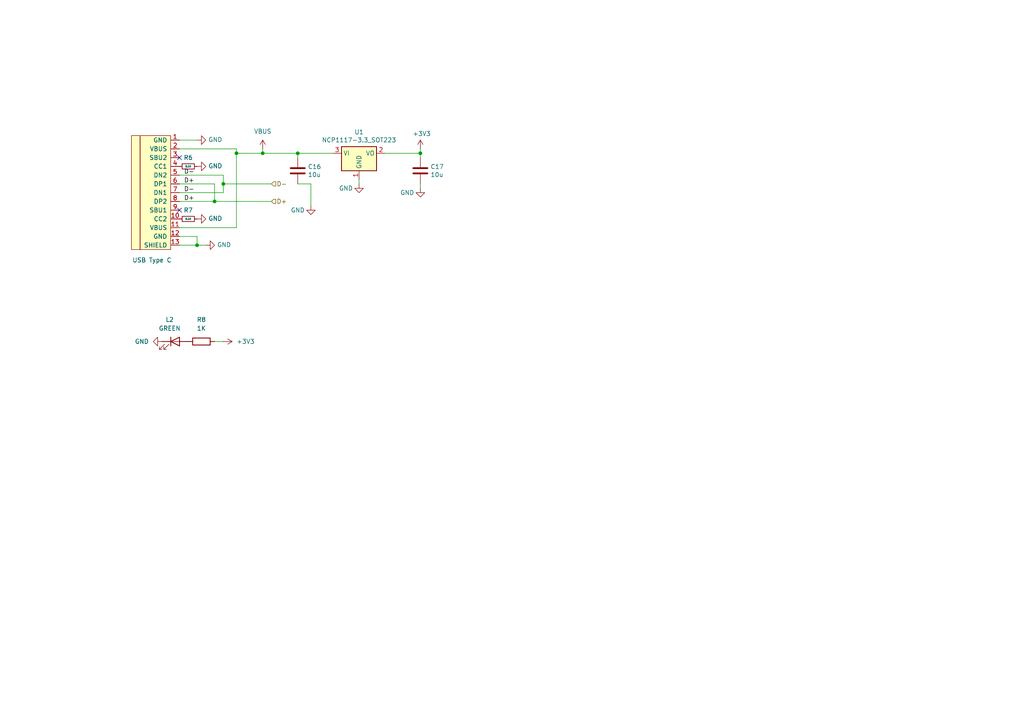
<source format=kicad_sch>
(kicad_sch (version 20231120) (generator "eeschema") (generator_version "8.0")
  (paper "A4")
  (title_block (title "MiniFRANK") (date "2025-01-12") (rev "2.0") (company "Mikhail Matveev") (comment 1 "https://github.com/xtremespb/frank"))
  (lib_symbols
    (symbol "+3V3_1" (power) (pin_numbers hide) (pin_names (offset 0) hide)
      (property "Value" "+3V3" (at 0 3.556 0))
      (symbol "+3V3_1_0_1"
        (polyline (pts (xy -0.762 1.27) (xy 0 2.54)))
        (polyline (pts (xy 0 0) (xy 0 2.54)))
        (polyline (pts (xy 0 2.54) (xy 0.762 1.27)))
      )
      (symbol "+3V3_1_1_1"
        (pin power_in line (at 0 0 90) (length 0) (name "~") (number "1"))
      )
    )
    (symbol "Device:C" (pin_numbers hide) (pin_names (offset 0.254))
      (property "Reference" "C" (at 0.635 2.54 0))
      (property "Value" "C" (at 0.635 -2.54 0))
      (symbol "C_0_1"
        (polyline (pts (xy -2.032 -0.762) (xy 2.032 -0.762)) (stroke (width 0.508)))
        (polyline (pts (xy -2.032 0.762) (xy 2.032 0.762)) (stroke (width 0.508)))
      )
      (symbol "C_1_1"
        (pin passive line (at 0 3.81 270) (length 2.794) (name "~") (number "1"))
        (pin passive line (at 0 -3.81 90) (length 2.794) (name "~") (number "2"))
      )
    )
    (symbol "Device:LED" (pin_numbers hide) (pin_names (offset 1.016) hide)
      (property "Reference" "D" (at 0 2.54 0))
      (property "Value" "LED" (at 0 -2.54 0))
      (symbol "LED_0_1"
        (polyline (pts (xy -1.27 -1.27) (xy -1.27 1.27)) (stroke (width 0.254)))
        (polyline (pts (xy -1.27 0) (xy 1.27 0)))
        (polyline (pts (xy 1.27 -1.27) (xy 1.27 1.27) (xy -1.27 0) (xy 1.27 -1.27)) (stroke (width 0.254)))
        (polyline (pts (xy -3.048 -0.762) (xy -4.572 -2.286) (xy -3.81 -2.286) (xy -4.572 -2.286) (xy -4.572 -1.524)))
        (polyline (pts (xy -1.778 -0.762) (xy -3.302 -2.286) (xy -2.54 -2.286) (xy -3.302 -2.286) (xy -3.302 -1.524)))
      )
      (symbol "LED_1_1"
        (pin passive line (at -3.81 0 0) (length 2.54) (name "K") (number "1"))
        (pin passive line (at 3.81 0 180) (length 2.54) (name "A") (number "2"))
      )
    )
    (symbol "Device:R" (pin_numbers hide) (pin_names (offset 0))
      (property "Reference" "R" (at 2.032 0 90))
      (property "Value" "R" (at 0 0 90))
      (symbol "R_0_1"
        (rectangle (start -1.016 -2.54) (end 1.016 2.54) (stroke (width 0.254)))
      )
      (symbol "R_1_1"
        (pin passive line (at 0 3.81 270) (length 1.27) (name "~") (number "1"))
        (pin passive line (at 0 -3.81 90) (length 1.27) (name "~") (number "2"))
      )
    )
    (symbol "Device:R_Small" (pin_numbers hide) (pin_names (offset 0.254) hide)
      (property "Reference" "R" (at 0.762 0.508 0))
      (property "Value" "R_Small" (at 0.762 -1.016 0))
      (symbol "R_Small_0_1"
        (rectangle (start -0.762 1.778) (end 0.762 -1.778) (stroke (width 0.2032)))
      )
      (symbol "R_Small_1_1"
        (pin passive line (at 0 2.54 270) (length 0.762) (name "~") (number "1"))
        (pin passive line (at 0 -2.54 90) (length 0.762) (name "~") (number "2"))
      )
    )
    (symbol "GND_2" (power) (pin_numbers hide) (pin_names (offset 0) hide)
      (property "Value" "GND" (at 0 -3.81 0))
      (symbol "GND_2_0_1"
        (polyline (pts (xy 0 0) (xy 0 -1.27) (xy 1.27 -1.27) (xy 0 -2.54) (xy -1.27 -1.27) (xy 0 -1.27)))
      )
      (symbol "GND_2_1_1"
        (pin power_in line (at 0 0 270) (length 0) (name "~") (number "1"))
      )
    )
    (symbol "Regulator_Linear:NCP1117-3.3_SOT223"
      (property "Reference" "U" (at -3.81 3.175 0))
      (property "Value" "NCP1117-3.3_SOT223" (at 0 3.175 0))
      (symbol "NCP1117-3.3_SOT223_0_1"
        (rectangle (start -5.08 -5.08) (end 5.08 1.905) (stroke (width 0.254)) (fill (type background)))
      )
      (symbol "NCP1117-3.3_SOT223_1_1"
        (pin power_in line (at 0 -7.62 90) (length 2.54) (name "GND") (number "1"))
        (pin power_out line (at 7.62 0 180) (length 2.54) (name "VO") (number "2"))
        (pin power_in line (at -7.62 0 0) (length 2.54) (name "VI") (number "3"))
      )
    )
    (symbol "Type-C:HRO-TYPE-C-31-M-12" (pin_names (offset 1.016))
      (property "Reference" "USB" (at -5.08 16.51 0))
      (property "Value" "HRO-TYPE-C-31-M-12" (at -10.16 -1.27 90))
      (symbol "HRO-TYPE-C-31-M-12_0_1"
        (rectangle (start -11.43 15.24) (end -8.89 -17.78) (fill (type background)))
        (rectangle (start 0 -17.78) (end -8.89 15.24) (fill (type background)))
      )
      (symbol "HRO-TYPE-C-31-M-12_1_1"
        (pin input line (at 2.54 13.97 180) (length 2.54) (name "GND") (number "1"))
        (pin input line (at 2.54 -8.89 180) (length 2.54) (name "CC2") (number "10"))
        (pin input line (at 2.54 -11.43 180) (length 2.54) (name "VBUS") (number "11"))
        (pin input line (at 2.54 -13.97 180) (length 2.54) (name "GND") (number "12"))
        (pin input line (at 2.54 -16.51 180) (length 2.54) (name "SHIELD") (number "13"))
        (pin input line (at 2.54 11.43 180) (length 2.54) (name "VBUS") (number "2"))
        (pin input line (at 2.54 8.89 180) (length 2.54) (name "SBU2") (number "3"))
        (pin input line (at 2.54 6.35 180) (length 2.54) (name "CC1") (number "4"))
        (pin input line (at 2.54 3.81 180) (length 2.54) (name "DN2") (number "5"))
        (pin input line (at 2.54 1.27 180) (length 2.54) (name "DP1") (number "6"))
        (pin input line (at 2.54 -1.27 180) (length 2.54) (name "DN1") (number "7"))
        (pin input line (at 2.54 -3.81 180) (length 2.54) (name "DP2") (number "8"))
        (pin input line (at 2.54 -6.35 180) (length 2.54) (name "SBU1") (number "9"))
      )
    )
    (symbol "power:+3V3" (power) (pin_names (offset 0))
      (property "Value" "+3V3" (at 0 3.556 0))
      (symbol "+3V3_0_1"
        (polyline (pts (xy -0.762 1.27) (xy 0 2.54)))
        (polyline (pts (xy 0 0) (xy 0 2.54)))
        (polyline (pts (xy 0 2.54) (xy 0.762 1.27)))
      )
      (symbol "+3V3_1_1"
        (pin power_in line (at 0 0 90) (length 0) hide (name "+3V3") (number "1"))
      )
    )
    (symbol "power:GND" (power) (pin_names (offset 0))
      (property "Value" "GND" (at 0 -3.81 0))
      (symbol "GND_0_1"
        (polyline (pts (xy 0 0) (xy 0 -1.27) (xy 1.27 -1.27) (xy 0 -2.54) (xy -1.27 -1.27) (xy 0 -1.27)))
      )
      (symbol "GND_1_1"
        (pin power_in line (at 0 0 270) (length 0) hide (name "GND") (number "1"))
      )
    )
    (symbol "power:VBUS" (power) (pin_numbers hide) (pin_names (offset 0) hide)
      (property "Value" "VBUS" (at 0 3.556 0))
      (symbol "VBUS_0_1"
        (polyline (pts (xy -0.762 1.27) (xy 0 2.54)))
        (polyline (pts (xy 0 0) (xy 0 2.54)))
        (polyline (pts (xy 0 2.54) (xy 0.762 1.27)))
      )
      (symbol "VBUS_1_1"
        (pin power_in line (at 0 0 90) (length 0) (name "~") (number "1"))
      )
    )
  )
  (junction (at 68.58 44.45))
  (junction (at 62.23 58.42))
  (junction (at 76.2 44.45))
  (junction (at 86.36 44.45))
  (junction (at 57.15 71.12))
  (junction (at 121.92 44.45))
  (junction (at 64.77 53.34))
  (no_connect (at 52.07 60.96))
  (no_connect (at 52.07 45.72))
  (wire (pts (xy 52.07 43.18) (xy 68.58 43.18)))
  (wire (pts (xy 52.07 53.34) (xy 62.23 53.34)))
  (wire (pts (xy 76.2 44.45) (xy 86.36 44.45)))
  (wire (pts (xy 96.52 44.45) (xy 86.36 44.45)))
  (wire (pts (xy 121.92 44.45) (xy 121.92 43.18)))
  (wire (pts (xy 57.15 71.12) (xy 59.69 71.12)))
  (wire (pts (xy 76.2 43.18) (xy 76.2 44.45)))
  (wire (pts (xy 57.15 68.58) (xy 57.15 71.12)))
  (wire (pts (xy 68.58 66.04) (xy 52.07 66.04)))
  (wire (pts (xy 86.36 45.72) (xy 86.36 44.45)))
  (wire (pts (xy 121.92 45.72) (xy 121.92 44.45)))
  (wire (pts (xy 90.17 53.34) (xy 86.36 53.34)))
  (wire (pts (xy 111.76 44.45) (xy 121.92 44.45)))
  (wire (pts (xy 52.07 50.8) (xy 64.77 50.8)))
  (wire (pts (xy 52.07 55.88) (xy 64.77 55.88)))
  (wire (pts (xy 64.77 53.34) (xy 78.74 53.34)))
  (wire (pts (xy 68.58 44.45) (xy 68.58 66.04)))
  (wire (pts (xy 68.58 43.18) (xy 68.58 44.45)))
  (wire (pts (xy 64.77 53.34) (xy 64.77 55.88)))
  (wire (pts (xy 52.07 40.64) (xy 57.15 40.64)))
  (wire (pts (xy 121.92 53.34) (xy 121.92 54.61)))
  (wire (pts (xy 52.07 71.12) (xy 57.15 71.12)))
  (wire (pts (xy 52.07 58.42) (xy 62.23 58.42)))
  (wire (pts (xy 90.17 53.34) (xy 90.17 59.69)))
  (wire (pts (xy 52.07 68.58) (xy 57.15 68.58)))
  (wire (pts (xy 64.77 50.8) (xy 64.77 53.34)))
  (wire (pts (xy 62.23 99.06) (xy 64.77 99.06)))
  (wire (pts (xy 68.58 44.45) (xy 76.2 44.45)))
  (wire (pts (xy 104.14 52.07) (xy 104.14 53.34)))
  (wire (pts (xy 62.23 58.42) (xy 78.74 58.42)))
  (wire (pts (xy 62.23 53.34) (xy 62.23 58.42)))
  (label "D-" (at 53.34 55.88 0))
  (label "D+" (at 53.34 58.42 0))
  (label "D-" (at 53.34 50.8 0))
  (label "D+" (at 53.34 53.34 0))
  (hierarchical_label "D-" (shape input) (at 78.74 53.34 0))
  (hierarchical_label "D+" (shape input) (at 78.74 58.42 0))
  (symbol (lib_id "power:GND") (at 90.17 59.69 0) (unit 1)
    (property "Reference" "#PWR022" (effects (hide yes)))
    (property "Value" "GND" (at 86.36 60.96 0))
  )
  (symbol (lib_id "power:VBUS") (at 76.2 43.18 0) (unit 1)
    (property "Reference" "#PWR017" (effects (hide yes)))
    (property "Value" "VBUS" (at 76.2 38.1 0))
    (property "Description" "Power symbol creates a global label with name \"VBUS\"" (effects (hide yes)))
  )
  (symbol (lib_id "power:GND") (at 57.15 63.5 90) (unit 1)
    (property "Reference" "#PWR023" (effects (hide yes)))
    (property "Value" "GND" (at 60.4012 63.373 90) (effects (justify right)))
  )
  (symbol (lib_name "GND_2") (lib_id "power:GND") (at 46.99 99.06 270) (unit 1)
    (property "Reference" "#PWR025" (effects (hide yes)))
    (property "Value" "GND" (at 43.18 99.0599 90) (effects (justify right)))
    (property "Description" "Power symbol creates a global label with name \"GND\" , ground" (effects (hide yes)))
  )
  (symbol (lib_id "Device:LED") (at 50.8 99.06 0) (unit 1)
    (property "Reference" "L2" (at 49.2125 92.71 0))
    (property "Value" "GREEN" (at 49.2125 95.25 0))
    (property "Footprint" "LIBS:L_0805" (effects (hide yes)))
    (property "Description" "Light emitting diode" (effects (hide yes)))
  )
  (symbol (lib_id "Regulator_Linear:NCP1117-3.3_SOT223") (at 104.14 44.45 0) (unit 1)
    (property "Reference" "U1" (at 104.14 38.3032 0))
    (property "Value" "NCP1117-3.3_SOT223" (at 104.14 40.6146 0))
    (property "Footprint" "LIBS:SOT-223" (effects (hide yes)))
    (property "Datasheet" "http://www.onsemi.com/pub_link/Collateral/NCP1117-D.PDF" (effects (hide yes)))
  )
  (symbol (lib_id "Device:C") (at 121.92 49.53 0) (unit 1)
    (property "Reference" "C17" (at 124.841 48.3616 0) (effects (justify left)))
    (property "Value" "10u" (at 124.841 50.673 0) (effects (justify left)))
    (property "Footprint" "LIBS:C_0805" (effects (hide yes)))
  )
  (symbol (lib_id "Type-C:HRO-TYPE-C-31-M-12") (at 49.53 54.61 0) (unit 1)
    (property "Reference" "USB1" (effects (hide yes)))
    (property "Value" "USB Type C" (at 49.784 75.438 0) (effects (justify right)))
    (property "Footprint" "LIBS:USB-TYPE-C-31-M-12_lib2" (effects (hide yes)))
    (property "LCSC" "C165948" (effects (hide yes)))
  )
  (symbol (lib_id "Device:C") (at 86.36 49.53 0) (unit 1)
    (property "Reference" "C16" (at 89.281 48.3616 0) (effects (justify left)))
    (property "Value" "10u" (at 89.281 50.673 0) (effects (justify left)))
    (property "Footprint" "LIBS:C_0805" (effects (hide yes)))
  )
  (symbol (lib_id "Device:R") (at 58.42 99.06 90) (unit 1)
    (property "Reference" "R8" (at 58.42 92.71 90))
    (property "Value" "1K" (at 58.42 95.25 90))
    (property "Footprint" "LIBS:R_0805" (effects (hide yes)))
    (property "Description" "Resistor" (effects (hide yes)))
  )
  (symbol (lib_id "Device:R_Small") (at 54.61 63.5 270) (unit 1)
    (property "Reference" "R7" (at 54.61 60.96 90))
    (property "Value" "5.1K" (at 54.61 63.5 90) (effects (font (size 0.508 0.508))))
    (property "Footprint" "LIBS:R_0805" (effects (hide yes)))
    (property "LCSC" " " (effects (hide yes)))
  )
  (symbol (lib_id "power:GND") (at 57.15 48.26 90) (unit 1)
    (property "Reference" "#PWR019" (effects (hide yes)))
    (property "Value" "GND" (at 60.4012 48.133 90) (effects (justify right)))
  )
  (symbol (lib_id "power:GND") (at 121.92 54.61 0) (unit 1)
    (property "Reference" "#PWR021" (effects (hide yes)))
    (property "Value" "GND" (at 118.11 55.88 0))
  )
  (symbol (lib_id "power:+3V3") (at 121.92 43.18 0) (unit 1)
    (property "Reference" "#PWR018" (effects (hide yes)))
    (property "Value" "+3V3" (at 122.301 38.7858 0))
  )
  (symbol (lib_id "Device:R_Small") (at 54.61 48.26 270) (unit 1)
    (property "Reference" "R6" (at 54.61 45.72 90))
    (property "Value" "5.1K" (at 54.61 48.26 90) (effects (font (size 0.508 0.508))))
    (property "Footprint" "LIBS:R_0805" (effects (hide yes)))
    (property "LCSC" " " (effects (hide yes)))
  )
  (symbol (lib_id "power:GND") (at 57.15 40.64 90) (unit 1)
    (property "Reference" "#PWR016" (effects (hide yes)))
    (property "Value" "GND" (at 60.4012 40.513 90) (effects (justify right)))
  )
  (symbol (lib_id "power:GND") (at 59.69 71.12 90) (unit 1)
    (property "Reference" "#PWR024" (effects (hide yes)))
    (property "Value" "GND" (at 62.9412 70.993 90) (effects (justify right)))
  )
  (symbol (lib_name "+3V3_1") (lib_id "power:+3V3") (at 64.77 99.06 270) (unit 1)
    (property "Reference" "#PWR026" (effects (hide yes)))
    (property "Value" "+3V3" (at 68.58 99.0599 90) (effects (justify left)))
    (property "Description" "Power symbol creates a global label with name \"+3V3\"" (effects (hide yes)))
  )
  (symbol (lib_id "power:GND") (at 104.14 53.34 0) (unit 1)
    (property "Reference" "#PWR020" (effects (hide yes)))
    (property "Value" "GND" (at 100.33 54.61 0))
  )
)
</source>
